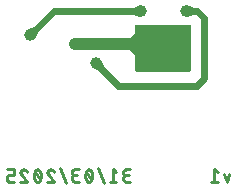
<source format=gbr>
G04 EAGLE Gerber RS-274X export*
G75*
%MOMM*%
%FSLAX34Y34*%
%LPD*%
%INBottom Copper*%
%IPPOS*%
%AMOC8*
5,1,8,0,0,1.08239X$1,22.5*%
G01*
%ADD10C,0.228600*%
%ADD11C,1.000000*%
%ADD12C,0.609600*%
%ADD13C,1.000000*%
%ADD14C,0.800000*%
%ADD15C,0.304800*%

G36*
X174651Y107065D02*
X174651Y107065D01*
X174677Y107063D01*
X174824Y107085D01*
X174971Y107102D01*
X174996Y107110D01*
X175022Y107114D01*
X175160Y107169D01*
X175299Y107219D01*
X175321Y107233D01*
X175346Y107243D01*
X175467Y107328D01*
X175592Y107408D01*
X175610Y107427D01*
X175632Y107442D01*
X175731Y107552D01*
X175834Y107659D01*
X175848Y107681D01*
X175865Y107701D01*
X175937Y107831D01*
X176013Y107958D01*
X176021Y107983D01*
X176034Y108006D01*
X176074Y108149D01*
X176119Y108290D01*
X176121Y108316D01*
X176129Y108341D01*
X176148Y108585D01*
X176148Y145415D01*
X176145Y145441D01*
X176147Y145467D01*
X176125Y145614D01*
X176108Y145761D01*
X176100Y145786D01*
X176096Y145812D01*
X176041Y145950D01*
X175991Y146089D01*
X175977Y146111D01*
X175967Y146136D01*
X175882Y146257D01*
X175802Y146382D01*
X175783Y146400D01*
X175768Y146422D01*
X175658Y146521D01*
X175551Y146624D01*
X175529Y146638D01*
X175509Y146655D01*
X175379Y146727D01*
X175252Y146803D01*
X175227Y146811D01*
X175204Y146824D01*
X175061Y146864D01*
X174920Y146909D01*
X174894Y146911D01*
X174869Y146919D01*
X174625Y146938D01*
X130175Y146938D01*
X130149Y146935D01*
X130123Y146937D01*
X129976Y146915D01*
X129829Y146898D01*
X129804Y146890D01*
X129778Y146886D01*
X129640Y146831D01*
X129501Y146781D01*
X129479Y146767D01*
X129454Y146757D01*
X129333Y146672D01*
X129208Y146592D01*
X129190Y146573D01*
X129168Y146558D01*
X129069Y146448D01*
X128966Y146341D01*
X128952Y146319D01*
X128935Y146299D01*
X128863Y146169D01*
X128787Y146042D01*
X128779Y146017D01*
X128766Y145994D01*
X128726Y145851D01*
X128681Y145710D01*
X128679Y145684D01*
X128671Y145659D01*
X128652Y145415D01*
X128652Y108585D01*
X128655Y108559D01*
X128653Y108533D01*
X128675Y108386D01*
X128692Y108239D01*
X128700Y108214D01*
X128704Y108188D01*
X128759Y108050D01*
X128809Y107911D01*
X128823Y107889D01*
X128833Y107864D01*
X128918Y107743D01*
X128998Y107618D01*
X129017Y107600D01*
X129032Y107578D01*
X129142Y107479D01*
X129249Y107376D01*
X129271Y107362D01*
X129291Y107345D01*
X129421Y107273D01*
X129548Y107197D01*
X129573Y107189D01*
X129596Y107176D01*
X129739Y107136D01*
X129880Y107091D01*
X129906Y107089D01*
X129931Y107081D01*
X130175Y107062D01*
X174625Y107062D01*
X174651Y107065D01*
G37*
D10*
X124276Y13843D02*
X121384Y13843D01*
X121277Y13845D01*
X121170Y13851D01*
X121064Y13861D01*
X120958Y13875D01*
X120852Y13892D01*
X120748Y13914D01*
X120644Y13939D01*
X120541Y13969D01*
X120439Y14002D01*
X120339Y14038D01*
X120240Y14079D01*
X120143Y14123D01*
X120047Y14171D01*
X119953Y14222D01*
X119861Y14276D01*
X119771Y14334D01*
X119684Y14396D01*
X119598Y14460D01*
X119515Y14527D01*
X119435Y14598D01*
X119357Y14672D01*
X119282Y14748D01*
X119210Y14827D01*
X119141Y14908D01*
X119075Y14993D01*
X119012Y15079D01*
X118953Y15168D01*
X118897Y15259D01*
X118844Y15352D01*
X118794Y15446D01*
X118748Y15543D01*
X118706Y15641D01*
X118668Y15741D01*
X118633Y15842D01*
X118601Y15944D01*
X118574Y16048D01*
X118551Y16152D01*
X118531Y16257D01*
X118515Y16363D01*
X118503Y16469D01*
X118495Y16576D01*
X118491Y16683D01*
X118491Y16789D01*
X118495Y16896D01*
X118503Y17003D01*
X118515Y17109D01*
X118531Y17215D01*
X118551Y17320D01*
X118574Y17424D01*
X118601Y17528D01*
X118633Y17630D01*
X118668Y17731D01*
X118706Y17831D01*
X118748Y17929D01*
X118794Y18026D01*
X118844Y18120D01*
X118897Y18213D01*
X118953Y18304D01*
X119012Y18393D01*
X119075Y18479D01*
X119141Y18564D01*
X119210Y18645D01*
X119282Y18724D01*
X119357Y18800D01*
X119435Y18874D01*
X119515Y18945D01*
X119598Y19012D01*
X119684Y19076D01*
X119771Y19138D01*
X119861Y19196D01*
X119953Y19250D01*
X120047Y19301D01*
X120143Y19349D01*
X120240Y19393D01*
X120339Y19434D01*
X120439Y19470D01*
X120541Y19503D01*
X120644Y19533D01*
X120748Y19558D01*
X120852Y19580D01*
X120958Y19597D01*
X121064Y19611D01*
X121170Y19621D01*
X121277Y19627D01*
X121384Y19629D01*
X120805Y24257D02*
X124276Y24257D01*
X120805Y24257D02*
X120711Y24255D01*
X120616Y24249D01*
X120522Y24240D01*
X120429Y24226D01*
X120336Y24209D01*
X120244Y24188D01*
X120153Y24163D01*
X120063Y24135D01*
X119974Y24103D01*
X119887Y24067D01*
X119801Y24028D01*
X119717Y23985D01*
X119634Y23939D01*
X119554Y23890D01*
X119476Y23837D01*
X119399Y23781D01*
X119326Y23722D01*
X119254Y23661D01*
X119186Y23596D01*
X119119Y23528D01*
X119056Y23458D01*
X118996Y23386D01*
X118938Y23311D01*
X118884Y23233D01*
X118833Y23154D01*
X118785Y23073D01*
X118741Y22989D01*
X118700Y22904D01*
X118663Y22818D01*
X118629Y22730D01*
X118598Y22640D01*
X118572Y22550D01*
X118549Y22458D01*
X118530Y22365D01*
X118515Y22272D01*
X118503Y22179D01*
X118495Y22085D01*
X118491Y21990D01*
X118491Y21896D01*
X118495Y21801D01*
X118503Y21707D01*
X118515Y21614D01*
X118530Y21521D01*
X118549Y21428D01*
X118572Y21336D01*
X118598Y21246D01*
X118629Y21156D01*
X118663Y21068D01*
X118700Y20982D01*
X118741Y20897D01*
X118785Y20813D01*
X118833Y20732D01*
X118884Y20653D01*
X118938Y20575D01*
X118996Y20500D01*
X119056Y20428D01*
X119119Y20358D01*
X119186Y20290D01*
X119254Y20225D01*
X119326Y20164D01*
X119399Y20105D01*
X119476Y20049D01*
X119554Y19996D01*
X119634Y19947D01*
X119717Y19901D01*
X119801Y19858D01*
X119887Y19819D01*
X119974Y19783D01*
X120063Y19751D01*
X120153Y19723D01*
X120244Y19698D01*
X120336Y19677D01*
X120429Y19660D01*
X120522Y19646D01*
X120616Y19637D01*
X120711Y19631D01*
X120805Y19629D01*
X123119Y19629D01*
X112846Y21943D02*
X109954Y24257D01*
X109954Y13843D01*
X112846Y13843D02*
X107061Y13843D01*
X101981Y12686D02*
X97352Y25414D01*
X91404Y22811D02*
X91492Y22625D01*
X91575Y22438D01*
X91654Y22249D01*
X91728Y22058D01*
X91797Y21865D01*
X91862Y21671D01*
X91922Y21475D01*
X91978Y21278D01*
X92029Y21079D01*
X92075Y20880D01*
X92116Y20679D01*
X92152Y20478D01*
X92184Y20275D01*
X92211Y20072D01*
X92233Y19868D01*
X92250Y19664D01*
X92262Y19460D01*
X92270Y19255D01*
X92272Y19050D01*
X91405Y22810D02*
X91374Y22896D01*
X91339Y22981D01*
X91300Y23064D01*
X91257Y23145D01*
X91212Y23224D01*
X91163Y23302D01*
X91110Y23377D01*
X91055Y23450D01*
X90996Y23520D01*
X90935Y23588D01*
X90870Y23653D01*
X90803Y23715D01*
X90734Y23775D01*
X90661Y23831D01*
X90587Y23884D01*
X90510Y23934D01*
X90431Y23981D01*
X90351Y24024D01*
X90268Y24064D01*
X90184Y24100D01*
X90098Y24133D01*
X90012Y24162D01*
X89923Y24187D01*
X89834Y24208D01*
X89745Y24226D01*
X89654Y24239D01*
X89563Y24249D01*
X89472Y24255D01*
X89380Y24257D01*
X89288Y24255D01*
X89197Y24249D01*
X89106Y24239D01*
X89015Y24226D01*
X88926Y24208D01*
X88837Y24187D01*
X88748Y24162D01*
X88662Y24133D01*
X88576Y24100D01*
X88492Y24064D01*
X88409Y24024D01*
X88329Y23981D01*
X88250Y23934D01*
X88173Y23884D01*
X88099Y23831D01*
X88026Y23775D01*
X87957Y23715D01*
X87890Y23653D01*
X87825Y23588D01*
X87764Y23520D01*
X87705Y23450D01*
X87650Y23377D01*
X87597Y23302D01*
X87548Y23224D01*
X87503Y23145D01*
X87460Y23064D01*
X87421Y22981D01*
X87386Y22896D01*
X87355Y22810D01*
X87355Y22811D02*
X87267Y22625D01*
X87184Y22438D01*
X87105Y22249D01*
X87031Y22058D01*
X86962Y21865D01*
X86897Y21671D01*
X86837Y21475D01*
X86781Y21278D01*
X86730Y21079D01*
X86684Y20880D01*
X86643Y20679D01*
X86607Y20478D01*
X86575Y20275D01*
X86548Y20072D01*
X86526Y19868D01*
X86509Y19664D01*
X86497Y19460D01*
X86489Y19255D01*
X86487Y19050D01*
X92272Y19050D02*
X92270Y18845D01*
X92262Y18640D01*
X92250Y18436D01*
X92233Y18232D01*
X92211Y18028D01*
X92184Y17825D01*
X92152Y17623D01*
X92116Y17421D01*
X92075Y17220D01*
X92029Y17021D01*
X91978Y16822D01*
X91922Y16625D01*
X91862Y16429D01*
X91797Y16235D01*
X91728Y16042D01*
X91654Y15851D01*
X91575Y15662D01*
X91492Y15475D01*
X91404Y15289D01*
X91405Y15290D02*
X91374Y15204D01*
X91339Y15119D01*
X91300Y15036D01*
X91257Y14955D01*
X91212Y14876D01*
X91163Y14798D01*
X91110Y14723D01*
X91055Y14650D01*
X90996Y14580D01*
X90935Y14512D01*
X90870Y14447D01*
X90803Y14385D01*
X90734Y14325D01*
X90661Y14269D01*
X90587Y14216D01*
X90510Y14166D01*
X90431Y14119D01*
X90351Y14076D01*
X90268Y14036D01*
X90184Y14000D01*
X90098Y13967D01*
X90012Y13938D01*
X89923Y13913D01*
X89834Y13892D01*
X89745Y13874D01*
X89654Y13861D01*
X89563Y13851D01*
X89472Y13845D01*
X89380Y13843D01*
X87355Y15289D02*
X87267Y15475D01*
X87184Y15662D01*
X87105Y15851D01*
X87031Y16042D01*
X86962Y16235D01*
X86897Y16429D01*
X86837Y16625D01*
X86781Y16822D01*
X86730Y17021D01*
X86684Y17220D01*
X86643Y17421D01*
X86607Y17623D01*
X86575Y17825D01*
X86548Y18028D01*
X86526Y18232D01*
X86509Y18436D01*
X86497Y18640D01*
X86489Y18845D01*
X86487Y19050D01*
X87355Y15290D02*
X87386Y15204D01*
X87421Y15119D01*
X87460Y15036D01*
X87503Y14955D01*
X87548Y14876D01*
X87597Y14798D01*
X87650Y14723D01*
X87705Y14650D01*
X87764Y14580D01*
X87825Y14512D01*
X87890Y14447D01*
X87957Y14385D01*
X88026Y14325D01*
X88099Y14269D01*
X88173Y14216D01*
X88250Y14166D01*
X88329Y14119D01*
X88409Y14076D01*
X88492Y14036D01*
X88576Y14000D01*
X88662Y13967D01*
X88748Y13938D01*
X88837Y13913D01*
X88926Y13892D01*
X89015Y13874D01*
X89106Y13861D01*
X89197Y13851D01*
X89288Y13845D01*
X89380Y13843D01*
X91694Y16157D02*
X87065Y21943D01*
X80842Y13843D02*
X77950Y13843D01*
X77843Y13845D01*
X77736Y13851D01*
X77630Y13861D01*
X77524Y13875D01*
X77418Y13892D01*
X77314Y13914D01*
X77210Y13939D01*
X77107Y13969D01*
X77005Y14002D01*
X76905Y14038D01*
X76806Y14079D01*
X76709Y14123D01*
X76613Y14171D01*
X76519Y14222D01*
X76427Y14276D01*
X76337Y14334D01*
X76250Y14396D01*
X76164Y14460D01*
X76081Y14527D01*
X76001Y14598D01*
X75923Y14672D01*
X75848Y14748D01*
X75776Y14827D01*
X75707Y14908D01*
X75641Y14993D01*
X75578Y15079D01*
X75519Y15168D01*
X75463Y15259D01*
X75410Y15352D01*
X75360Y15446D01*
X75314Y15543D01*
X75272Y15641D01*
X75234Y15741D01*
X75199Y15842D01*
X75167Y15944D01*
X75140Y16048D01*
X75117Y16152D01*
X75097Y16257D01*
X75081Y16363D01*
X75069Y16469D01*
X75061Y16576D01*
X75057Y16683D01*
X75057Y16789D01*
X75061Y16896D01*
X75069Y17003D01*
X75081Y17109D01*
X75097Y17215D01*
X75117Y17320D01*
X75140Y17424D01*
X75167Y17528D01*
X75199Y17630D01*
X75234Y17731D01*
X75272Y17831D01*
X75314Y17929D01*
X75360Y18026D01*
X75410Y18120D01*
X75463Y18213D01*
X75519Y18304D01*
X75578Y18393D01*
X75641Y18479D01*
X75707Y18564D01*
X75776Y18645D01*
X75848Y18724D01*
X75923Y18800D01*
X76001Y18874D01*
X76081Y18945D01*
X76164Y19012D01*
X76250Y19076D01*
X76337Y19138D01*
X76427Y19196D01*
X76519Y19250D01*
X76613Y19301D01*
X76709Y19349D01*
X76806Y19393D01*
X76905Y19434D01*
X77005Y19470D01*
X77107Y19503D01*
X77210Y19533D01*
X77314Y19558D01*
X77418Y19580D01*
X77524Y19597D01*
X77630Y19611D01*
X77736Y19621D01*
X77843Y19627D01*
X77950Y19629D01*
X77371Y24257D02*
X80842Y24257D01*
X77371Y24257D02*
X77277Y24255D01*
X77182Y24249D01*
X77088Y24240D01*
X76995Y24226D01*
X76902Y24209D01*
X76810Y24188D01*
X76719Y24163D01*
X76629Y24135D01*
X76540Y24103D01*
X76453Y24067D01*
X76367Y24028D01*
X76283Y23985D01*
X76200Y23939D01*
X76120Y23890D01*
X76042Y23837D01*
X75965Y23781D01*
X75892Y23722D01*
X75820Y23661D01*
X75752Y23596D01*
X75685Y23528D01*
X75622Y23458D01*
X75562Y23386D01*
X75504Y23311D01*
X75450Y23233D01*
X75399Y23154D01*
X75351Y23073D01*
X75307Y22989D01*
X75266Y22904D01*
X75229Y22818D01*
X75195Y22730D01*
X75164Y22640D01*
X75138Y22550D01*
X75115Y22458D01*
X75096Y22365D01*
X75081Y22272D01*
X75069Y22179D01*
X75061Y22085D01*
X75057Y21990D01*
X75057Y21896D01*
X75061Y21801D01*
X75069Y21707D01*
X75081Y21614D01*
X75096Y21521D01*
X75115Y21428D01*
X75138Y21336D01*
X75164Y21246D01*
X75195Y21156D01*
X75229Y21068D01*
X75266Y20982D01*
X75307Y20897D01*
X75351Y20813D01*
X75399Y20732D01*
X75450Y20653D01*
X75504Y20575D01*
X75562Y20500D01*
X75622Y20428D01*
X75685Y20358D01*
X75752Y20290D01*
X75820Y20225D01*
X75892Y20164D01*
X75965Y20105D01*
X76042Y20049D01*
X76120Y19996D01*
X76200Y19947D01*
X76283Y19901D01*
X76367Y19858D01*
X76453Y19819D01*
X76540Y19783D01*
X76629Y19751D01*
X76719Y19723D01*
X76810Y19698D01*
X76902Y19677D01*
X76995Y19660D01*
X77088Y19646D01*
X77182Y19637D01*
X77277Y19631D01*
X77371Y19629D01*
X79685Y19629D01*
X69977Y12686D02*
X65348Y25414D01*
X57086Y24258D02*
X56986Y24256D01*
X56887Y24250D01*
X56787Y24241D01*
X56689Y24227D01*
X56590Y24210D01*
X56493Y24190D01*
X56396Y24165D01*
X56300Y24137D01*
X56206Y24105D01*
X56113Y24069D01*
X56021Y24030D01*
X55931Y23988D01*
X55842Y23942D01*
X55755Y23892D01*
X55671Y23840D01*
X55588Y23784D01*
X55507Y23725D01*
X55429Y23663D01*
X55353Y23598D01*
X55280Y23530D01*
X55210Y23460D01*
X55142Y23387D01*
X55077Y23311D01*
X55015Y23233D01*
X54956Y23152D01*
X54900Y23069D01*
X54848Y22985D01*
X54798Y22898D01*
X54752Y22809D01*
X54710Y22719D01*
X54671Y22627D01*
X54635Y22534D01*
X54603Y22440D01*
X54575Y22344D01*
X54550Y22247D01*
X54530Y22150D01*
X54513Y22051D01*
X54499Y21953D01*
X54490Y21853D01*
X54484Y21754D01*
X54482Y21654D01*
X57086Y24257D02*
X57200Y24255D01*
X57313Y24249D01*
X57426Y24240D01*
X57539Y24226D01*
X57652Y24209D01*
X57763Y24188D01*
X57874Y24163D01*
X57984Y24134D01*
X58093Y24102D01*
X58201Y24066D01*
X58308Y24026D01*
X58413Y23983D01*
X58516Y23936D01*
X58618Y23885D01*
X58718Y23832D01*
X58817Y23774D01*
X58913Y23714D01*
X59007Y23650D01*
X59099Y23583D01*
X59189Y23513D01*
X59276Y23440D01*
X59361Y23365D01*
X59443Y23286D01*
X59522Y23204D01*
X59598Y23120D01*
X59672Y23034D01*
X59743Y22945D01*
X59810Y22853D01*
X59875Y22759D01*
X59936Y22664D01*
X59994Y22566D01*
X60048Y22466D01*
X60099Y22364D01*
X60147Y22261D01*
X60191Y22156D01*
X60231Y22050D01*
X60268Y21943D01*
X55350Y19629D02*
X55277Y19701D01*
X55206Y19776D01*
X55139Y19854D01*
X55074Y19934D01*
X55012Y20016D01*
X54953Y20100D01*
X54898Y20187D01*
X54845Y20276D01*
X54796Y20366D01*
X54750Y20458D01*
X54708Y20552D01*
X54669Y20648D01*
X54634Y20744D01*
X54602Y20842D01*
X54574Y20941D01*
X54550Y21041D01*
X54529Y21142D01*
X54512Y21244D01*
X54499Y21346D01*
X54490Y21448D01*
X54484Y21551D01*
X54482Y21654D01*
X55351Y19629D02*
X60268Y13843D01*
X54483Y13843D01*
X48839Y19050D02*
X48837Y19255D01*
X48829Y19460D01*
X48817Y19664D01*
X48800Y19868D01*
X48778Y20072D01*
X48751Y20275D01*
X48719Y20478D01*
X48683Y20679D01*
X48642Y20880D01*
X48596Y21079D01*
X48545Y21278D01*
X48489Y21475D01*
X48429Y21671D01*
X48364Y21865D01*
X48295Y22058D01*
X48221Y22249D01*
X48142Y22438D01*
X48059Y22625D01*
X47971Y22811D01*
X47971Y22810D02*
X47940Y22896D01*
X47905Y22981D01*
X47866Y23064D01*
X47823Y23145D01*
X47778Y23224D01*
X47729Y23302D01*
X47676Y23377D01*
X47621Y23450D01*
X47562Y23520D01*
X47501Y23588D01*
X47436Y23653D01*
X47369Y23715D01*
X47300Y23775D01*
X47227Y23831D01*
X47153Y23884D01*
X47076Y23934D01*
X46997Y23981D01*
X46917Y24024D01*
X46834Y24064D01*
X46750Y24100D01*
X46664Y24133D01*
X46578Y24162D01*
X46489Y24187D01*
X46400Y24208D01*
X46311Y24226D01*
X46220Y24239D01*
X46129Y24249D01*
X46038Y24255D01*
X45946Y24257D01*
X45854Y24255D01*
X45763Y24249D01*
X45672Y24239D01*
X45581Y24226D01*
X45492Y24208D01*
X45403Y24187D01*
X45314Y24162D01*
X45228Y24133D01*
X45142Y24100D01*
X45058Y24064D01*
X44975Y24024D01*
X44895Y23981D01*
X44816Y23934D01*
X44739Y23884D01*
X44665Y23831D01*
X44592Y23775D01*
X44523Y23715D01*
X44456Y23653D01*
X44391Y23588D01*
X44330Y23520D01*
X44271Y23450D01*
X44216Y23377D01*
X44163Y23302D01*
X44114Y23224D01*
X44069Y23145D01*
X44026Y23064D01*
X43987Y22981D01*
X43952Y22896D01*
X43921Y22810D01*
X43921Y22811D02*
X43833Y22625D01*
X43750Y22438D01*
X43671Y22249D01*
X43597Y22058D01*
X43528Y21865D01*
X43463Y21671D01*
X43403Y21475D01*
X43347Y21278D01*
X43296Y21079D01*
X43250Y20880D01*
X43209Y20679D01*
X43173Y20478D01*
X43141Y20275D01*
X43114Y20072D01*
X43092Y19868D01*
X43075Y19664D01*
X43063Y19460D01*
X43055Y19255D01*
X43053Y19050D01*
X48838Y19050D02*
X48836Y18845D01*
X48828Y18640D01*
X48816Y18436D01*
X48799Y18232D01*
X48777Y18028D01*
X48750Y17825D01*
X48718Y17623D01*
X48682Y17421D01*
X48641Y17220D01*
X48595Y17021D01*
X48544Y16822D01*
X48488Y16625D01*
X48428Y16429D01*
X48363Y16235D01*
X48294Y16042D01*
X48220Y15851D01*
X48141Y15662D01*
X48058Y15475D01*
X47970Y15289D01*
X47971Y15290D02*
X47940Y15204D01*
X47905Y15119D01*
X47866Y15036D01*
X47823Y14955D01*
X47778Y14876D01*
X47729Y14798D01*
X47676Y14723D01*
X47621Y14650D01*
X47562Y14580D01*
X47501Y14512D01*
X47436Y14447D01*
X47369Y14385D01*
X47300Y14325D01*
X47227Y14269D01*
X47153Y14216D01*
X47076Y14166D01*
X46997Y14119D01*
X46917Y14076D01*
X46834Y14036D01*
X46750Y14000D01*
X46664Y13967D01*
X46578Y13938D01*
X46489Y13913D01*
X46400Y13892D01*
X46311Y13874D01*
X46220Y13861D01*
X46129Y13851D01*
X46038Y13845D01*
X45946Y13843D01*
X43921Y15289D02*
X43833Y15475D01*
X43750Y15662D01*
X43671Y15851D01*
X43597Y16042D01*
X43528Y16235D01*
X43463Y16429D01*
X43403Y16625D01*
X43347Y16822D01*
X43296Y17021D01*
X43250Y17220D01*
X43209Y17421D01*
X43173Y17623D01*
X43141Y17825D01*
X43114Y18028D01*
X43092Y18232D01*
X43075Y18436D01*
X43063Y18640D01*
X43055Y18845D01*
X43053Y19050D01*
X43921Y15290D02*
X43952Y15204D01*
X43987Y15119D01*
X44026Y15036D01*
X44069Y14955D01*
X44114Y14876D01*
X44163Y14798D01*
X44216Y14723D01*
X44271Y14650D01*
X44330Y14580D01*
X44391Y14512D01*
X44456Y14447D01*
X44523Y14385D01*
X44592Y14325D01*
X44665Y14269D01*
X44739Y14216D01*
X44816Y14166D01*
X44895Y14119D01*
X44975Y14076D01*
X45058Y14036D01*
X45142Y14000D01*
X45228Y13967D01*
X45314Y13938D01*
X45403Y13913D01*
X45492Y13892D01*
X45581Y13874D01*
X45672Y13861D01*
X45763Y13851D01*
X45854Y13845D01*
X45946Y13843D01*
X48260Y16157D02*
X43631Y21943D01*
X34226Y24258D02*
X34126Y24256D01*
X34027Y24250D01*
X33927Y24241D01*
X33829Y24227D01*
X33730Y24210D01*
X33633Y24190D01*
X33536Y24165D01*
X33440Y24137D01*
X33346Y24105D01*
X33253Y24069D01*
X33161Y24030D01*
X33071Y23988D01*
X32982Y23942D01*
X32895Y23892D01*
X32811Y23840D01*
X32728Y23784D01*
X32647Y23725D01*
X32569Y23663D01*
X32493Y23598D01*
X32420Y23530D01*
X32350Y23460D01*
X32282Y23387D01*
X32217Y23311D01*
X32155Y23233D01*
X32096Y23152D01*
X32040Y23069D01*
X31988Y22985D01*
X31938Y22898D01*
X31892Y22809D01*
X31850Y22719D01*
X31811Y22627D01*
X31775Y22534D01*
X31743Y22440D01*
X31715Y22344D01*
X31690Y22247D01*
X31670Y22150D01*
X31653Y22051D01*
X31639Y21953D01*
X31630Y21853D01*
X31624Y21754D01*
X31622Y21654D01*
X34226Y24257D02*
X34340Y24255D01*
X34453Y24249D01*
X34566Y24240D01*
X34679Y24226D01*
X34792Y24209D01*
X34903Y24188D01*
X35014Y24163D01*
X35124Y24134D01*
X35233Y24102D01*
X35341Y24066D01*
X35448Y24026D01*
X35553Y23983D01*
X35656Y23936D01*
X35758Y23885D01*
X35858Y23832D01*
X35957Y23774D01*
X36053Y23714D01*
X36147Y23650D01*
X36239Y23583D01*
X36329Y23513D01*
X36416Y23440D01*
X36501Y23365D01*
X36583Y23286D01*
X36662Y23204D01*
X36738Y23120D01*
X36812Y23034D01*
X36883Y22945D01*
X36950Y22853D01*
X37015Y22759D01*
X37076Y22664D01*
X37134Y22566D01*
X37188Y22466D01*
X37239Y22364D01*
X37287Y22261D01*
X37331Y22156D01*
X37371Y22050D01*
X37408Y21943D01*
X32490Y19629D02*
X32417Y19701D01*
X32346Y19776D01*
X32279Y19854D01*
X32214Y19934D01*
X32152Y20016D01*
X32093Y20100D01*
X32038Y20187D01*
X31985Y20276D01*
X31936Y20366D01*
X31890Y20458D01*
X31848Y20552D01*
X31809Y20648D01*
X31774Y20744D01*
X31742Y20842D01*
X31714Y20941D01*
X31690Y21041D01*
X31669Y21142D01*
X31652Y21244D01*
X31639Y21346D01*
X31630Y21448D01*
X31624Y21551D01*
X31622Y21654D01*
X32491Y19629D02*
X37409Y13843D01*
X31623Y13843D01*
X25979Y13843D02*
X22507Y13843D01*
X22414Y13845D01*
X22321Y13851D01*
X22228Y13860D01*
X22136Y13873D01*
X22044Y13890D01*
X21953Y13910D01*
X21863Y13934D01*
X21774Y13962D01*
X21686Y13993D01*
X21600Y14028D01*
X21515Y14066D01*
X21432Y14108D01*
X21350Y14153D01*
X21270Y14201D01*
X21192Y14253D01*
X21117Y14307D01*
X21044Y14365D01*
X20973Y14425D01*
X20904Y14488D01*
X20838Y14554D01*
X20775Y14623D01*
X20715Y14694D01*
X20657Y14767D01*
X20603Y14842D01*
X20551Y14920D01*
X20503Y15000D01*
X20458Y15082D01*
X20416Y15165D01*
X20378Y15250D01*
X20343Y15336D01*
X20312Y15424D01*
X20284Y15513D01*
X20260Y15603D01*
X20240Y15694D01*
X20223Y15786D01*
X20210Y15878D01*
X20201Y15971D01*
X20195Y16064D01*
X20193Y16157D01*
X20193Y17314D01*
X20195Y17407D01*
X20201Y17500D01*
X20210Y17593D01*
X20223Y17685D01*
X20240Y17777D01*
X20260Y17868D01*
X20284Y17958D01*
X20312Y18047D01*
X20343Y18135D01*
X20378Y18221D01*
X20416Y18306D01*
X20458Y18389D01*
X20503Y18471D01*
X20551Y18551D01*
X20603Y18629D01*
X20657Y18704D01*
X20715Y18777D01*
X20775Y18848D01*
X20838Y18917D01*
X20904Y18983D01*
X20973Y19046D01*
X21044Y19106D01*
X21117Y19164D01*
X21193Y19218D01*
X21270Y19270D01*
X21350Y19318D01*
X21432Y19363D01*
X21515Y19405D01*
X21600Y19443D01*
X21686Y19478D01*
X21774Y19509D01*
X21863Y19537D01*
X21953Y19561D01*
X22044Y19581D01*
X22136Y19598D01*
X22228Y19611D01*
X22321Y19620D01*
X22414Y19626D01*
X22507Y19628D01*
X22507Y19629D02*
X25979Y19629D01*
X25979Y24257D01*
X20193Y24257D01*
X206093Y13843D02*
X208407Y20786D01*
X203779Y20786D02*
X206093Y13843D01*
X198699Y21943D02*
X195806Y24257D01*
X195806Y13843D01*
X198699Y13843D02*
X192913Y13843D01*
D11*
X171450Y158750D03*
D12*
X180975Y158750D01*
X187325Y152400D01*
X187325Y101600D01*
X180975Y95250D01*
X114300Y95250D02*
X95250Y114300D01*
D11*
X95250Y114300D03*
D12*
X114300Y95250D02*
X180975Y95250D01*
X177450Y158750D02*
X172085Y160596D01*
X171450Y158750D01*
X172085Y156904D02*
X177450Y158750D01*
X172085Y156904D02*
X171450Y158750D01*
X97004Y115156D02*
X99493Y110057D01*
X97004Y115156D02*
X95250Y114300D01*
X94394Y112546D02*
X99493Y110057D01*
X94394Y112546D02*
X95250Y114300D01*
D13*
X77470Y130150D02*
X131445Y130150D01*
D14*
X165100Y133350D03*
X152400Y120650D03*
X139700Y120650D03*
D11*
X77470Y130150D03*
D15*
X121285Y130810D02*
X133985Y118110D01*
X121285Y129540D02*
X133985Y142240D01*
D14*
X165100Y120650D03*
X152400Y133350D03*
X139700Y133350D03*
D11*
X133350Y158750D03*
D12*
X60041Y158750D01*
D11*
X39800Y138509D03*
D12*
X60041Y158750D01*
X127350Y158750D02*
X132715Y156904D01*
X133350Y158750D01*
X132715Y160596D02*
X127350Y158750D01*
X132715Y160596D02*
X133350Y158750D01*
X44043Y142752D02*
X38944Y140264D01*
X39800Y138509D01*
X41554Y137653D02*
X44043Y142752D01*
X41554Y137653D02*
X39800Y138509D01*
M02*

</source>
